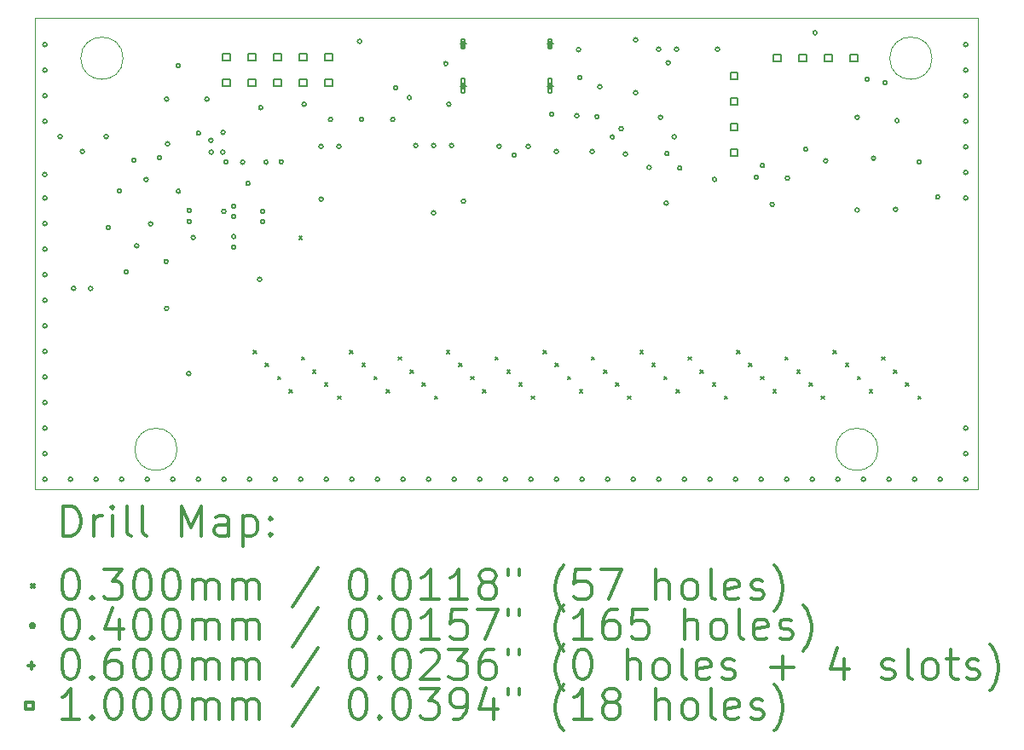
<source format=gbr>
%FSLAX45Y45*%
G04 Gerber Fmt 4.5, Leading zero omitted, Abs format (unit mm)*
G04 Created by KiCad (PCBNEW (5.1.12)-1) date 2024-09-15 14:26:26*
%MOMM*%
%LPD*%
G01*
G04 APERTURE LIST*
%TA.AperFunction,Profile*%
%ADD10C,0.050000*%
%TD*%
%ADD11C,0.200000*%
%ADD12C,0.300000*%
G04 APERTURE END LIST*
D10*
X19373500Y-12585600D02*
G75*
G03*
X19373500Y-12585600I-210000J0D01*
G01*
X12413500Y-12585600D02*
G75*
G03*
X12413500Y-12585600I-210000J0D01*
G01*
X11877000Y-8700000D02*
G75*
G03*
X11877000Y-8700000I-210000J0D01*
G01*
X19910000Y-8700000D02*
G75*
G03*
X19910000Y-8700000I-210000J0D01*
G01*
X20367000Y-12979400D02*
X20367000Y-8300000D01*
X11000000Y-8300000D02*
X20367000Y-8300000D01*
X11000000Y-12979400D02*
X11000000Y-8300000D01*
X20367000Y-12979400D02*
X11000000Y-12979400D01*
D11*
X13170000Y-11602000D02*
X13200000Y-11632000D01*
X13200000Y-11602000D02*
X13170000Y-11632000D01*
X13291000Y-11732000D02*
X13321000Y-11762000D01*
X13321000Y-11732000D02*
X13291000Y-11762000D01*
X13412000Y-11862000D02*
X13442000Y-11892000D01*
X13442000Y-11862000D02*
X13412000Y-11892000D01*
X13525000Y-11992000D02*
X13555000Y-12022000D01*
X13555000Y-11992000D02*
X13525000Y-12022000D01*
X13625000Y-10467000D02*
X13655000Y-10497000D01*
X13655000Y-10467000D02*
X13625000Y-10497000D01*
X13648000Y-11667000D02*
X13678000Y-11697000D01*
X13678000Y-11667000D02*
X13648000Y-11697000D01*
X13759000Y-11797000D02*
X13789000Y-11827000D01*
X13789000Y-11797000D02*
X13759000Y-11827000D01*
X13880000Y-11927000D02*
X13910000Y-11957000D01*
X13910000Y-11927000D02*
X13880000Y-11957000D01*
X14010000Y-12057000D02*
X14040000Y-12087000D01*
X14040000Y-12057000D02*
X14010000Y-12087000D01*
X14130000Y-11602000D02*
X14160000Y-11632000D01*
X14160000Y-11602000D02*
X14130000Y-11632000D01*
X14250000Y-11732000D02*
X14280000Y-11762000D01*
X14280000Y-11732000D02*
X14250000Y-11762000D01*
X14370000Y-11862000D02*
X14400000Y-11892000D01*
X14400000Y-11862000D02*
X14370000Y-11892000D01*
X14490000Y-11992000D02*
X14520000Y-12022000D01*
X14520000Y-11992000D02*
X14490000Y-12022000D01*
X14610000Y-11667000D02*
X14640000Y-11697000D01*
X14640000Y-11667000D02*
X14610000Y-11697000D01*
X14730000Y-11797000D02*
X14760000Y-11827000D01*
X14760000Y-11797000D02*
X14730000Y-11827000D01*
X14850000Y-11927000D02*
X14880000Y-11957000D01*
X14880000Y-11927000D02*
X14850000Y-11957000D01*
X14970000Y-12057000D02*
X15000000Y-12087000D01*
X15000000Y-12057000D02*
X14970000Y-12087000D01*
X15090000Y-11602000D02*
X15120000Y-11632000D01*
X15120000Y-11602000D02*
X15090000Y-11632000D01*
X15210000Y-11732000D02*
X15240000Y-11762000D01*
X15240000Y-11732000D02*
X15210000Y-11762000D01*
X15330000Y-11862000D02*
X15360000Y-11892000D01*
X15360000Y-11862000D02*
X15330000Y-11892000D01*
X15450000Y-11992000D02*
X15480000Y-12022000D01*
X15480000Y-11992000D02*
X15450000Y-12022000D01*
X15570000Y-11667000D02*
X15600000Y-11697000D01*
X15600000Y-11667000D02*
X15570000Y-11697000D01*
X15690000Y-11797000D02*
X15720000Y-11827000D01*
X15720000Y-11797000D02*
X15690000Y-11827000D01*
X15810000Y-11927000D02*
X15840000Y-11957000D01*
X15840000Y-11927000D02*
X15810000Y-11957000D01*
X15930000Y-12057000D02*
X15960000Y-12087000D01*
X15960000Y-12057000D02*
X15930000Y-12087000D01*
X16050000Y-11602000D02*
X16080000Y-11632000D01*
X16080000Y-11602000D02*
X16050000Y-11632000D01*
X16170000Y-11732000D02*
X16200000Y-11762000D01*
X16200000Y-11732000D02*
X16170000Y-11762000D01*
X16290000Y-11862000D02*
X16320000Y-11892000D01*
X16320000Y-11862000D02*
X16290000Y-11892000D01*
X16410000Y-11992000D02*
X16440000Y-12022000D01*
X16440000Y-11992000D02*
X16410000Y-12022000D01*
X16530000Y-11667000D02*
X16560000Y-11697000D01*
X16560000Y-11667000D02*
X16530000Y-11697000D01*
X16650000Y-11797000D02*
X16680000Y-11827000D01*
X16680000Y-11797000D02*
X16650000Y-11827000D01*
X16770000Y-11927000D02*
X16800000Y-11957000D01*
X16800000Y-11927000D02*
X16770000Y-11957000D01*
X16890000Y-12057000D02*
X16920000Y-12087000D01*
X16920000Y-12057000D02*
X16890000Y-12087000D01*
X17010000Y-11602000D02*
X17040000Y-11632000D01*
X17040000Y-11602000D02*
X17010000Y-11632000D01*
X17130000Y-11732000D02*
X17160000Y-11762000D01*
X17160000Y-11732000D02*
X17130000Y-11762000D01*
X17250000Y-11862000D02*
X17280000Y-11892000D01*
X17280000Y-11862000D02*
X17250000Y-11892000D01*
X17370000Y-11992000D02*
X17400000Y-12022000D01*
X17400000Y-11992000D02*
X17370000Y-12022000D01*
X17490000Y-11667000D02*
X17520000Y-11697000D01*
X17520000Y-11667000D02*
X17490000Y-11697000D01*
X17610000Y-11797000D02*
X17640000Y-11827000D01*
X17640000Y-11797000D02*
X17610000Y-11827000D01*
X17730000Y-11927000D02*
X17760000Y-11957000D01*
X17760000Y-11927000D02*
X17730000Y-11957000D01*
X17850000Y-12057000D02*
X17880000Y-12087000D01*
X17880000Y-12057000D02*
X17850000Y-12087000D01*
X17970000Y-11602000D02*
X18000000Y-11632000D01*
X18000000Y-11602000D02*
X17970000Y-11632000D01*
X18090000Y-11732000D02*
X18120000Y-11762000D01*
X18120000Y-11732000D02*
X18090000Y-11762000D01*
X18210000Y-11862000D02*
X18240000Y-11892000D01*
X18240000Y-11862000D02*
X18210000Y-11892000D01*
X18330000Y-11992000D02*
X18360000Y-12022000D01*
X18360000Y-11992000D02*
X18330000Y-12022000D01*
X18450000Y-11667000D02*
X18480000Y-11697000D01*
X18480000Y-11667000D02*
X18450000Y-11697000D01*
X18570000Y-11797000D02*
X18600000Y-11827000D01*
X18600000Y-11797000D02*
X18570000Y-11827000D01*
X18690000Y-11927000D02*
X18720000Y-11957000D01*
X18720000Y-11927000D02*
X18690000Y-11957000D01*
X18810000Y-12057000D02*
X18840000Y-12087000D01*
X18840000Y-12057000D02*
X18810000Y-12087000D01*
X18930000Y-11602000D02*
X18960000Y-11632000D01*
X18960000Y-11602000D02*
X18930000Y-11632000D01*
X19050000Y-11732000D02*
X19080000Y-11762000D01*
X19080000Y-11732000D02*
X19050000Y-11762000D01*
X19170000Y-11862000D02*
X19200000Y-11892000D01*
X19200000Y-11862000D02*
X19170000Y-11892000D01*
X19290000Y-11992000D02*
X19320000Y-12022000D01*
X19320000Y-11992000D02*
X19290000Y-12022000D01*
X19410000Y-11667000D02*
X19440000Y-11697000D01*
X19440000Y-11667000D02*
X19410000Y-11697000D01*
X19530000Y-11797000D02*
X19560000Y-11827000D01*
X19560000Y-11797000D02*
X19530000Y-11827000D01*
X19650000Y-11927000D02*
X19680000Y-11957000D01*
X19680000Y-11927000D02*
X19650000Y-11957000D01*
X19770000Y-12057000D02*
X19800000Y-12087000D01*
X19800000Y-12057000D02*
X19770000Y-12087000D01*
X11119800Y-9855200D02*
G75*
G03*
X11119800Y-9855200I-20000J0D01*
G01*
X11121000Y-8565000D02*
G75*
G03*
X11121000Y-8565000I-20000J0D01*
G01*
X11121000Y-8819000D02*
G75*
G03*
X11121000Y-8819000I-20000J0D01*
G01*
X11121000Y-9073000D02*
G75*
G03*
X11121000Y-9073000I-20000J0D01*
G01*
X11121000Y-9327000D02*
G75*
G03*
X11121000Y-9327000I-20000J0D01*
G01*
X11121000Y-10089000D02*
G75*
G03*
X11121000Y-10089000I-20000J0D01*
G01*
X11121000Y-10343000D02*
G75*
G03*
X11121000Y-10343000I-20000J0D01*
G01*
X11121000Y-10597000D02*
G75*
G03*
X11121000Y-10597000I-20000J0D01*
G01*
X11121000Y-10851000D02*
G75*
G03*
X11121000Y-10851000I-20000J0D01*
G01*
X11121000Y-11105000D02*
G75*
G03*
X11121000Y-11105000I-20000J0D01*
G01*
X11121000Y-11359000D02*
G75*
G03*
X11121000Y-11359000I-20000J0D01*
G01*
X11121000Y-11613000D02*
G75*
G03*
X11121000Y-11613000I-20000J0D01*
G01*
X11121000Y-11867000D02*
G75*
G03*
X11121000Y-11867000I-20000J0D01*
G01*
X11121000Y-12121000D02*
G75*
G03*
X11121000Y-12121000I-20000J0D01*
G01*
X11121000Y-12375000D02*
G75*
G03*
X11121000Y-12375000I-20000J0D01*
G01*
X11121000Y-12629000D02*
G75*
G03*
X11121000Y-12629000I-20000J0D01*
G01*
X11121000Y-12883000D02*
G75*
G03*
X11121000Y-12883000I-20000J0D01*
G01*
X11272200Y-9478500D02*
G75*
G03*
X11272200Y-9478500I-20000J0D01*
G01*
X11375000Y-12883000D02*
G75*
G03*
X11375000Y-12883000I-20000J0D01*
G01*
X11405600Y-10986000D02*
G75*
G03*
X11405600Y-10986000I-20000J0D01*
G01*
X11493000Y-9627000D02*
G75*
G03*
X11493000Y-9627000I-20000J0D01*
G01*
X11575600Y-10988000D02*
G75*
G03*
X11575600Y-10988000I-20000J0D01*
G01*
X11629000Y-12883000D02*
G75*
G03*
X11629000Y-12883000I-20000J0D01*
G01*
X11729400Y-9478500D02*
G75*
G03*
X11729400Y-9478500I-20000J0D01*
G01*
X11751000Y-10381000D02*
G75*
G03*
X11751000Y-10381000I-20000J0D01*
G01*
X11862000Y-10018000D02*
G75*
G03*
X11862000Y-10018000I-20000J0D01*
G01*
X11883000Y-12883000D02*
G75*
G03*
X11883000Y-12883000I-20000J0D01*
G01*
X11927000Y-10824000D02*
G75*
G03*
X11927000Y-10824000I-20000J0D01*
G01*
X12004000Y-9715000D02*
G75*
G03*
X12004000Y-9715000I-20000J0D01*
G01*
X12033000Y-10564000D02*
G75*
G03*
X12033000Y-10564000I-20000J0D01*
G01*
X12125100Y-9905900D02*
G75*
G03*
X12125100Y-9905900I-20000J0D01*
G01*
X12137000Y-12883000D02*
G75*
G03*
X12137000Y-12883000I-20000J0D01*
G01*
X12171000Y-10346000D02*
G75*
G03*
X12171000Y-10346000I-20000J0D01*
G01*
X12259000Y-9690000D02*
G75*
G03*
X12259000Y-9690000I-20000J0D01*
G01*
X12324000Y-10720000D02*
G75*
G03*
X12324000Y-10720000I-20000J0D01*
G01*
X12329000Y-11186000D02*
G75*
G03*
X12329000Y-11186000I-20000J0D01*
G01*
X12330000Y-9107000D02*
G75*
G03*
X12330000Y-9107000I-20000J0D01*
G01*
X12339000Y-9550400D02*
G75*
G03*
X12339000Y-9550400I-20000J0D01*
G01*
X12391000Y-12883000D02*
G75*
G03*
X12391000Y-12883000I-20000J0D01*
G01*
X12443000Y-8774000D02*
G75*
G03*
X12443000Y-8774000I-20000J0D01*
G01*
X12445600Y-10021000D02*
G75*
G03*
X12445600Y-10021000I-20000J0D01*
G01*
X12549000Y-11833000D02*
G75*
G03*
X12549000Y-11833000I-20000J0D01*
G01*
X12553600Y-10210800D02*
G75*
G03*
X12553600Y-10210800I-20000J0D01*
G01*
X12553600Y-10321000D02*
G75*
G03*
X12553600Y-10321000I-20000J0D01*
G01*
X12593000Y-10480000D02*
G75*
G03*
X12593000Y-10480000I-20000J0D01*
G01*
X12645000Y-12883000D02*
G75*
G03*
X12645000Y-12883000I-20000J0D01*
G01*
X12645600Y-9444400D02*
G75*
G03*
X12645600Y-9444400I-20000J0D01*
G01*
X12730000Y-9107000D02*
G75*
G03*
X12730000Y-9107000I-20000J0D01*
G01*
X12769000Y-9516000D02*
G75*
G03*
X12769000Y-9516000I-20000J0D01*
G01*
X12771000Y-9633000D02*
G75*
G03*
X12771000Y-9633000I-20000J0D01*
G01*
X12888000Y-9633000D02*
G75*
G03*
X12888000Y-9633000I-20000J0D01*
G01*
X12890000Y-9436000D02*
G75*
G03*
X12890000Y-9436000I-20000J0D01*
G01*
X12897800Y-10221000D02*
G75*
G03*
X12897800Y-10221000I-20000J0D01*
G01*
X12899000Y-12883000D02*
G75*
G03*
X12899000Y-12883000I-20000J0D01*
G01*
X12920000Y-9729000D02*
G75*
G03*
X12920000Y-9729000I-20000J0D01*
G01*
X12995600Y-10171000D02*
G75*
G03*
X12995600Y-10171000I-20000J0D01*
G01*
X12995600Y-10271000D02*
G75*
G03*
X12995600Y-10271000I-20000J0D01*
G01*
X12995600Y-10471000D02*
G75*
G03*
X12995600Y-10471000I-20000J0D01*
G01*
X12995600Y-10577400D02*
G75*
G03*
X12995600Y-10577400I-20000J0D01*
G01*
X13084000Y-9734000D02*
G75*
G03*
X13084000Y-9734000I-20000J0D01*
G01*
X13136850Y-9943000D02*
G75*
G03*
X13136850Y-9943000I-20000J0D01*
G01*
X13153000Y-12883000D02*
G75*
G03*
X13153000Y-12883000I-20000J0D01*
G01*
X13253400Y-10896600D02*
G75*
G03*
X13253400Y-10896600I-20000J0D01*
G01*
X13264000Y-9191000D02*
G75*
G03*
X13264000Y-9191000I-20000J0D01*
G01*
X13282000Y-10221000D02*
G75*
G03*
X13282000Y-10221000I-20000J0D01*
G01*
X13282000Y-10321000D02*
G75*
G03*
X13282000Y-10321000I-20000J0D01*
G01*
X13317000Y-9733000D02*
G75*
G03*
X13317000Y-9733000I-20000J0D01*
G01*
X13407000Y-12883000D02*
G75*
G03*
X13407000Y-12883000I-20000J0D01*
G01*
X13467000Y-9729000D02*
G75*
G03*
X13467000Y-9729000I-20000J0D01*
G01*
X13661000Y-12883000D02*
G75*
G03*
X13661000Y-12883000I-20000J0D01*
G01*
X13695000Y-9158000D02*
G75*
G03*
X13695000Y-9158000I-20000J0D01*
G01*
X13863000Y-9575800D02*
G75*
G03*
X13863000Y-9575800I-20000J0D01*
G01*
X13865000Y-10100000D02*
G75*
G03*
X13865000Y-10100000I-20000J0D01*
G01*
X13915000Y-12883000D02*
G75*
G03*
X13915000Y-12883000I-20000J0D01*
G01*
X13957000Y-9308000D02*
G75*
G03*
X13957000Y-9308000I-20000J0D01*
G01*
X14040800Y-9575800D02*
G75*
G03*
X14040800Y-9575800I-20000J0D01*
G01*
X14169000Y-12883000D02*
G75*
G03*
X14169000Y-12883000I-20000J0D01*
G01*
X14246000Y-8533000D02*
G75*
G03*
X14246000Y-8533000I-20000J0D01*
G01*
X14266000Y-9308000D02*
G75*
G03*
X14266000Y-9308000I-20000J0D01*
G01*
X14423000Y-12883000D02*
G75*
G03*
X14423000Y-12883000I-20000J0D01*
G01*
X14575000Y-9308000D02*
G75*
G03*
X14575000Y-9308000I-20000J0D01*
G01*
X14603000Y-8995000D02*
G75*
G03*
X14603000Y-8995000I-20000J0D01*
G01*
X14677000Y-12883000D02*
G75*
G03*
X14677000Y-12883000I-20000J0D01*
G01*
X14739000Y-9092000D02*
G75*
G03*
X14739000Y-9092000I-20000J0D01*
G01*
X14802800Y-9567000D02*
G75*
G03*
X14802800Y-9567000I-20000J0D01*
G01*
X14931000Y-12883000D02*
G75*
G03*
X14931000Y-12883000I-20000J0D01*
G01*
X14980600Y-9567000D02*
G75*
G03*
X14980600Y-9567000I-20000J0D01*
G01*
X14980600Y-10236200D02*
G75*
G03*
X14980600Y-10236200I-20000J0D01*
G01*
X15102000Y-8754000D02*
G75*
G03*
X15102000Y-8754000I-20000J0D01*
G01*
X15132000Y-9158000D02*
G75*
G03*
X15132000Y-9158000I-20000J0D01*
G01*
X15158400Y-9567000D02*
G75*
G03*
X15158400Y-9567000I-20000J0D01*
G01*
X15185000Y-12883000D02*
G75*
G03*
X15185000Y-12883000I-20000J0D01*
G01*
X15277000Y-10121000D02*
G75*
G03*
X15277000Y-10121000I-20000J0D01*
G01*
X15439000Y-12883000D02*
G75*
G03*
X15439000Y-12883000I-20000J0D01*
G01*
X15629800Y-9575000D02*
G75*
G03*
X15629800Y-9575000I-20000J0D01*
G01*
X15693000Y-12883000D02*
G75*
G03*
X15693000Y-12883000I-20000J0D01*
G01*
X15779800Y-9661000D02*
G75*
G03*
X15779800Y-9661000I-20000J0D01*
G01*
X15920400Y-9575800D02*
G75*
G03*
X15920400Y-9575800I-20000J0D01*
G01*
X15947000Y-12883000D02*
G75*
G03*
X15947000Y-12883000I-20000J0D01*
G01*
X16152000Y-9257000D02*
G75*
G03*
X16152000Y-9257000I-20000J0D01*
G01*
X16199800Y-9626600D02*
G75*
G03*
X16199800Y-9626600I-20000J0D01*
G01*
X16201000Y-12883000D02*
G75*
G03*
X16201000Y-12883000I-20000J0D01*
G01*
X16403000Y-9271000D02*
G75*
G03*
X16403000Y-9271000I-20000J0D01*
G01*
X16420000Y-8615000D02*
G75*
G03*
X16420000Y-8615000I-20000J0D01*
G01*
X16431000Y-8893000D02*
G75*
G03*
X16431000Y-8893000I-20000J0D01*
G01*
X16455000Y-12883000D02*
G75*
G03*
X16455000Y-12883000I-20000J0D01*
G01*
X16555400Y-9626600D02*
G75*
G03*
X16555400Y-9626600I-20000J0D01*
G01*
X16603000Y-9280000D02*
G75*
G03*
X16603000Y-9280000I-20000J0D01*
G01*
X16631000Y-8983000D02*
G75*
G03*
X16631000Y-8983000I-20000J0D01*
G01*
X16709000Y-12883000D02*
G75*
G03*
X16709000Y-12883000I-20000J0D01*
G01*
X16755000Y-9482000D02*
G75*
G03*
X16755000Y-9482000I-20000J0D01*
G01*
X16843000Y-9401000D02*
G75*
G03*
X16843000Y-9401000I-20000J0D01*
G01*
X16885600Y-9652000D02*
G75*
G03*
X16885600Y-9652000I-20000J0D01*
G01*
X16963000Y-12883000D02*
G75*
G03*
X16963000Y-12883000I-20000J0D01*
G01*
X16987000Y-8517000D02*
G75*
G03*
X16987000Y-8517000I-20000J0D01*
G01*
X16987200Y-9042400D02*
G75*
G03*
X16987200Y-9042400I-20000J0D01*
G01*
X17121000Y-9785000D02*
G75*
G03*
X17121000Y-9785000I-20000J0D01*
G01*
X17215800Y-8610600D02*
G75*
G03*
X17215800Y-8610600I-20000J0D01*
G01*
X17217000Y-12883000D02*
G75*
G03*
X17217000Y-12883000I-20000J0D01*
G01*
X17234000Y-9288000D02*
G75*
G03*
X17234000Y-9288000I-20000J0D01*
G01*
X17290000Y-10140000D02*
G75*
G03*
X17290000Y-10140000I-20000J0D01*
G01*
X17298000Y-9646000D02*
G75*
G03*
X17298000Y-9646000I-20000J0D01*
G01*
X17310000Y-8746000D02*
G75*
G03*
X17310000Y-8746000I-20000J0D01*
G01*
X17370000Y-9481000D02*
G75*
G03*
X17370000Y-9481000I-20000J0D01*
G01*
X17393600Y-8610600D02*
G75*
G03*
X17393600Y-8610600I-20000J0D01*
G01*
X17425000Y-9791000D02*
G75*
G03*
X17425000Y-9791000I-20000J0D01*
G01*
X17471000Y-12883000D02*
G75*
G03*
X17471000Y-12883000I-20000J0D01*
G01*
X17725000Y-12883000D02*
G75*
G03*
X17725000Y-12883000I-20000J0D01*
G01*
X17770000Y-9904000D02*
G75*
G03*
X17770000Y-9904000I-20000J0D01*
G01*
X17800000Y-8610600D02*
G75*
G03*
X17800000Y-8610600I-20000J0D01*
G01*
X17979000Y-12883000D02*
G75*
G03*
X17979000Y-12883000I-20000J0D01*
G01*
X18185000Y-9883000D02*
G75*
G03*
X18185000Y-9883000I-20000J0D01*
G01*
X18233000Y-12883000D02*
G75*
G03*
X18233000Y-12883000I-20000J0D01*
G01*
X18246000Y-9765250D02*
G75*
G03*
X18246000Y-9765250I-20000J0D01*
G01*
X18343000Y-10153000D02*
G75*
G03*
X18343000Y-10153000I-20000J0D01*
G01*
X18487000Y-12883000D02*
G75*
G03*
X18487000Y-12883000I-20000J0D01*
G01*
X18494000Y-9891000D02*
G75*
G03*
X18494000Y-9891000I-20000J0D01*
G01*
X18676000Y-9606000D02*
G75*
G03*
X18676000Y-9606000I-20000J0D01*
G01*
X18741000Y-12883000D02*
G75*
G03*
X18741000Y-12883000I-20000J0D01*
G01*
X18768000Y-8447000D02*
G75*
G03*
X18768000Y-8447000I-20000J0D01*
G01*
X18874000Y-9720000D02*
G75*
G03*
X18874000Y-9720000I-20000J0D01*
G01*
X18995000Y-12883000D02*
G75*
G03*
X18995000Y-12883000I-20000J0D01*
G01*
X19186000Y-9287000D02*
G75*
G03*
X19186000Y-9287000I-20000J0D01*
G01*
X19186000Y-10208000D02*
G75*
G03*
X19186000Y-10208000I-20000J0D01*
G01*
X19249000Y-12883000D02*
G75*
G03*
X19249000Y-12883000I-20000J0D01*
G01*
X19286000Y-8907000D02*
G75*
G03*
X19286000Y-8907000I-20000J0D01*
G01*
X19349000Y-9693000D02*
G75*
G03*
X19349000Y-9693000I-20000J0D01*
G01*
X19462000Y-8943000D02*
G75*
G03*
X19462000Y-8943000I-20000J0D01*
G01*
X19503000Y-12883000D02*
G75*
G03*
X19503000Y-12883000I-20000J0D01*
G01*
X19567000Y-10202000D02*
G75*
G03*
X19567000Y-10202000I-20000J0D01*
G01*
X19582000Y-9321000D02*
G75*
G03*
X19582000Y-9321000I-20000J0D01*
G01*
X19757000Y-12883000D02*
G75*
G03*
X19757000Y-12883000I-20000J0D01*
G01*
X19801833Y-9729167D02*
G75*
G03*
X19801833Y-9729167I-20000J0D01*
G01*
X19986000Y-10078000D02*
G75*
G03*
X19986000Y-10078000I-20000J0D01*
G01*
X20011000Y-12883000D02*
G75*
G03*
X20011000Y-12883000I-20000J0D01*
G01*
X20265000Y-8565000D02*
G75*
G03*
X20265000Y-8565000I-20000J0D01*
G01*
X20265000Y-8819000D02*
G75*
G03*
X20265000Y-8819000I-20000J0D01*
G01*
X20265000Y-9073000D02*
G75*
G03*
X20265000Y-9073000I-20000J0D01*
G01*
X20265000Y-9327000D02*
G75*
G03*
X20265000Y-9327000I-20000J0D01*
G01*
X20265000Y-9581000D02*
G75*
G03*
X20265000Y-9581000I-20000J0D01*
G01*
X20265000Y-9835000D02*
G75*
G03*
X20265000Y-9835000I-20000J0D01*
G01*
X20265000Y-10089000D02*
G75*
G03*
X20265000Y-10089000I-20000J0D01*
G01*
X20265000Y-12375000D02*
G75*
G03*
X20265000Y-12375000I-20000J0D01*
G01*
X20265000Y-12629000D02*
G75*
G03*
X20265000Y-12629000I-20000J0D01*
G01*
X20265000Y-12883000D02*
G75*
G03*
X20265000Y-12883000I-20000J0D01*
G01*
X15252800Y-8526400D02*
X15252800Y-8586400D01*
X15222800Y-8556400D02*
X15282800Y-8556400D01*
X15272800Y-8586400D02*
X15272800Y-8526400D01*
X15232800Y-8586400D02*
X15232800Y-8526400D01*
X15272800Y-8526400D02*
G75*
G03*
X15232800Y-8526400I-20000J0D01*
G01*
X15232800Y-8586400D02*
G75*
G03*
X15272800Y-8586400I20000J0D01*
G01*
X15252800Y-8944400D02*
X15252800Y-9004400D01*
X15222800Y-8974400D02*
X15282800Y-8974400D01*
X15272800Y-9029400D02*
X15272800Y-8919400D01*
X15232800Y-9029400D02*
X15232800Y-8919400D01*
X15272800Y-8919400D02*
G75*
G03*
X15232800Y-8919400I-20000J0D01*
G01*
X15232800Y-9029400D02*
G75*
G03*
X15272800Y-9029400I20000J0D01*
G01*
X16116800Y-8526400D02*
X16116800Y-8586400D01*
X16086800Y-8556400D02*
X16146800Y-8556400D01*
X16136800Y-8586400D02*
X16136800Y-8526400D01*
X16096800Y-8586400D02*
X16096800Y-8526400D01*
X16136800Y-8526400D02*
G75*
G03*
X16096800Y-8526400I-20000J0D01*
G01*
X16096800Y-8586400D02*
G75*
G03*
X16136800Y-8586400I20000J0D01*
G01*
X16116800Y-8944400D02*
X16116800Y-9004400D01*
X16086800Y-8974400D02*
X16146800Y-8974400D01*
X16136800Y-9029400D02*
X16136800Y-8919400D01*
X16096800Y-9029400D02*
X16096800Y-8919400D01*
X16136800Y-8919400D02*
G75*
G03*
X16096800Y-8919400I-20000J0D01*
G01*
X16096800Y-9029400D02*
G75*
G03*
X16136800Y-9029400I20000J0D01*
G01*
X12938556Y-8722156D02*
X12938556Y-8651444D01*
X12867844Y-8651444D01*
X12867844Y-8722156D01*
X12938556Y-8722156D01*
X12938556Y-8976156D02*
X12938556Y-8905444D01*
X12867844Y-8905444D01*
X12867844Y-8976156D01*
X12938556Y-8976156D01*
X13192556Y-8722156D02*
X13192556Y-8651444D01*
X13121844Y-8651444D01*
X13121844Y-8722156D01*
X13192556Y-8722156D01*
X13192556Y-8976156D02*
X13192556Y-8905444D01*
X13121844Y-8905444D01*
X13121844Y-8976156D01*
X13192556Y-8976156D01*
X13446556Y-8722156D02*
X13446556Y-8651444D01*
X13375844Y-8651444D01*
X13375844Y-8722156D01*
X13446556Y-8722156D01*
X13446556Y-8976156D02*
X13446556Y-8905444D01*
X13375844Y-8905444D01*
X13375844Y-8976156D01*
X13446556Y-8976156D01*
X13700556Y-8722156D02*
X13700556Y-8651444D01*
X13629844Y-8651444D01*
X13629844Y-8722156D01*
X13700556Y-8722156D01*
X13700556Y-8976156D02*
X13700556Y-8905444D01*
X13629844Y-8905444D01*
X13629844Y-8976156D01*
X13700556Y-8976156D01*
X13954556Y-8722156D02*
X13954556Y-8651444D01*
X13883844Y-8651444D01*
X13883844Y-8722156D01*
X13954556Y-8722156D01*
X13954556Y-8976156D02*
X13954556Y-8905444D01*
X13883844Y-8905444D01*
X13883844Y-8976156D01*
X13954556Y-8976156D01*
X17981356Y-8910356D02*
X17981356Y-8839644D01*
X17910644Y-8839644D01*
X17910644Y-8910356D01*
X17981356Y-8910356D01*
X17981356Y-9164356D02*
X17981356Y-9093644D01*
X17910644Y-9093644D01*
X17910644Y-9164356D01*
X17981356Y-9164356D01*
X17981356Y-9418356D02*
X17981356Y-9347644D01*
X17910644Y-9347644D01*
X17910644Y-9418356D01*
X17981356Y-9418356D01*
X17981356Y-9672356D02*
X17981356Y-9601644D01*
X17910644Y-9601644D01*
X17910644Y-9672356D01*
X17981356Y-9672356D01*
X18407356Y-8730356D02*
X18407356Y-8659644D01*
X18336644Y-8659644D01*
X18336644Y-8730356D01*
X18407356Y-8730356D01*
X18661356Y-8730356D02*
X18661356Y-8659644D01*
X18590644Y-8659644D01*
X18590644Y-8730356D01*
X18661356Y-8730356D01*
X18915356Y-8730356D02*
X18915356Y-8659644D01*
X18844644Y-8659644D01*
X18844644Y-8730356D01*
X18915356Y-8730356D01*
X19169356Y-8730356D02*
X19169356Y-8659644D01*
X19098644Y-8659644D01*
X19098644Y-8730356D01*
X19169356Y-8730356D01*
D12*
X11283928Y-13447614D02*
X11283928Y-13147614D01*
X11355357Y-13147614D01*
X11398214Y-13161900D01*
X11426786Y-13190471D01*
X11441071Y-13219043D01*
X11455357Y-13276186D01*
X11455357Y-13319043D01*
X11441071Y-13376186D01*
X11426786Y-13404757D01*
X11398214Y-13433329D01*
X11355357Y-13447614D01*
X11283928Y-13447614D01*
X11583928Y-13447614D02*
X11583928Y-13247614D01*
X11583928Y-13304757D02*
X11598214Y-13276186D01*
X11612500Y-13261900D01*
X11641071Y-13247614D01*
X11669643Y-13247614D01*
X11769643Y-13447614D02*
X11769643Y-13247614D01*
X11769643Y-13147614D02*
X11755357Y-13161900D01*
X11769643Y-13176186D01*
X11783928Y-13161900D01*
X11769643Y-13147614D01*
X11769643Y-13176186D01*
X11955357Y-13447614D02*
X11926786Y-13433329D01*
X11912500Y-13404757D01*
X11912500Y-13147614D01*
X12112500Y-13447614D02*
X12083928Y-13433329D01*
X12069643Y-13404757D01*
X12069643Y-13147614D01*
X12455357Y-13447614D02*
X12455357Y-13147614D01*
X12555357Y-13361900D01*
X12655357Y-13147614D01*
X12655357Y-13447614D01*
X12926786Y-13447614D02*
X12926786Y-13290471D01*
X12912500Y-13261900D01*
X12883928Y-13247614D01*
X12826786Y-13247614D01*
X12798214Y-13261900D01*
X12926786Y-13433329D02*
X12898214Y-13447614D01*
X12826786Y-13447614D01*
X12798214Y-13433329D01*
X12783928Y-13404757D01*
X12783928Y-13376186D01*
X12798214Y-13347614D01*
X12826786Y-13333329D01*
X12898214Y-13333329D01*
X12926786Y-13319043D01*
X13069643Y-13247614D02*
X13069643Y-13547614D01*
X13069643Y-13261900D02*
X13098214Y-13247614D01*
X13155357Y-13247614D01*
X13183928Y-13261900D01*
X13198214Y-13276186D01*
X13212500Y-13304757D01*
X13212500Y-13390471D01*
X13198214Y-13419043D01*
X13183928Y-13433329D01*
X13155357Y-13447614D01*
X13098214Y-13447614D01*
X13069643Y-13433329D01*
X13341071Y-13419043D02*
X13355357Y-13433329D01*
X13341071Y-13447614D01*
X13326786Y-13433329D01*
X13341071Y-13419043D01*
X13341071Y-13447614D01*
X13341071Y-13261900D02*
X13355357Y-13276186D01*
X13341071Y-13290471D01*
X13326786Y-13276186D01*
X13341071Y-13261900D01*
X13341071Y-13290471D01*
X10967500Y-13926900D02*
X10997500Y-13956900D01*
X10997500Y-13926900D02*
X10967500Y-13956900D01*
X11341071Y-13777614D02*
X11369643Y-13777614D01*
X11398214Y-13791900D01*
X11412500Y-13806186D01*
X11426786Y-13834757D01*
X11441071Y-13891900D01*
X11441071Y-13963329D01*
X11426786Y-14020471D01*
X11412500Y-14049043D01*
X11398214Y-14063329D01*
X11369643Y-14077614D01*
X11341071Y-14077614D01*
X11312500Y-14063329D01*
X11298214Y-14049043D01*
X11283928Y-14020471D01*
X11269643Y-13963329D01*
X11269643Y-13891900D01*
X11283928Y-13834757D01*
X11298214Y-13806186D01*
X11312500Y-13791900D01*
X11341071Y-13777614D01*
X11569643Y-14049043D02*
X11583928Y-14063329D01*
X11569643Y-14077614D01*
X11555357Y-14063329D01*
X11569643Y-14049043D01*
X11569643Y-14077614D01*
X11683928Y-13777614D02*
X11869643Y-13777614D01*
X11769643Y-13891900D01*
X11812500Y-13891900D01*
X11841071Y-13906186D01*
X11855357Y-13920471D01*
X11869643Y-13949043D01*
X11869643Y-14020471D01*
X11855357Y-14049043D01*
X11841071Y-14063329D01*
X11812500Y-14077614D01*
X11726786Y-14077614D01*
X11698214Y-14063329D01*
X11683928Y-14049043D01*
X12055357Y-13777614D02*
X12083928Y-13777614D01*
X12112500Y-13791900D01*
X12126786Y-13806186D01*
X12141071Y-13834757D01*
X12155357Y-13891900D01*
X12155357Y-13963329D01*
X12141071Y-14020471D01*
X12126786Y-14049043D01*
X12112500Y-14063329D01*
X12083928Y-14077614D01*
X12055357Y-14077614D01*
X12026786Y-14063329D01*
X12012500Y-14049043D01*
X11998214Y-14020471D01*
X11983928Y-13963329D01*
X11983928Y-13891900D01*
X11998214Y-13834757D01*
X12012500Y-13806186D01*
X12026786Y-13791900D01*
X12055357Y-13777614D01*
X12341071Y-13777614D02*
X12369643Y-13777614D01*
X12398214Y-13791900D01*
X12412500Y-13806186D01*
X12426786Y-13834757D01*
X12441071Y-13891900D01*
X12441071Y-13963329D01*
X12426786Y-14020471D01*
X12412500Y-14049043D01*
X12398214Y-14063329D01*
X12369643Y-14077614D01*
X12341071Y-14077614D01*
X12312500Y-14063329D01*
X12298214Y-14049043D01*
X12283928Y-14020471D01*
X12269643Y-13963329D01*
X12269643Y-13891900D01*
X12283928Y-13834757D01*
X12298214Y-13806186D01*
X12312500Y-13791900D01*
X12341071Y-13777614D01*
X12569643Y-14077614D02*
X12569643Y-13877614D01*
X12569643Y-13906186D02*
X12583928Y-13891900D01*
X12612500Y-13877614D01*
X12655357Y-13877614D01*
X12683928Y-13891900D01*
X12698214Y-13920471D01*
X12698214Y-14077614D01*
X12698214Y-13920471D02*
X12712500Y-13891900D01*
X12741071Y-13877614D01*
X12783928Y-13877614D01*
X12812500Y-13891900D01*
X12826786Y-13920471D01*
X12826786Y-14077614D01*
X12969643Y-14077614D02*
X12969643Y-13877614D01*
X12969643Y-13906186D02*
X12983928Y-13891900D01*
X13012500Y-13877614D01*
X13055357Y-13877614D01*
X13083928Y-13891900D01*
X13098214Y-13920471D01*
X13098214Y-14077614D01*
X13098214Y-13920471D02*
X13112500Y-13891900D01*
X13141071Y-13877614D01*
X13183928Y-13877614D01*
X13212500Y-13891900D01*
X13226786Y-13920471D01*
X13226786Y-14077614D01*
X13812500Y-13763329D02*
X13555357Y-14149043D01*
X14198214Y-13777614D02*
X14226786Y-13777614D01*
X14255357Y-13791900D01*
X14269643Y-13806186D01*
X14283928Y-13834757D01*
X14298214Y-13891900D01*
X14298214Y-13963329D01*
X14283928Y-14020471D01*
X14269643Y-14049043D01*
X14255357Y-14063329D01*
X14226786Y-14077614D01*
X14198214Y-14077614D01*
X14169643Y-14063329D01*
X14155357Y-14049043D01*
X14141071Y-14020471D01*
X14126786Y-13963329D01*
X14126786Y-13891900D01*
X14141071Y-13834757D01*
X14155357Y-13806186D01*
X14169643Y-13791900D01*
X14198214Y-13777614D01*
X14426786Y-14049043D02*
X14441071Y-14063329D01*
X14426786Y-14077614D01*
X14412500Y-14063329D01*
X14426786Y-14049043D01*
X14426786Y-14077614D01*
X14626786Y-13777614D02*
X14655357Y-13777614D01*
X14683928Y-13791900D01*
X14698214Y-13806186D01*
X14712500Y-13834757D01*
X14726786Y-13891900D01*
X14726786Y-13963329D01*
X14712500Y-14020471D01*
X14698214Y-14049043D01*
X14683928Y-14063329D01*
X14655357Y-14077614D01*
X14626786Y-14077614D01*
X14598214Y-14063329D01*
X14583928Y-14049043D01*
X14569643Y-14020471D01*
X14555357Y-13963329D01*
X14555357Y-13891900D01*
X14569643Y-13834757D01*
X14583928Y-13806186D01*
X14598214Y-13791900D01*
X14626786Y-13777614D01*
X15012500Y-14077614D02*
X14841071Y-14077614D01*
X14926786Y-14077614D02*
X14926786Y-13777614D01*
X14898214Y-13820471D01*
X14869643Y-13849043D01*
X14841071Y-13863329D01*
X15298214Y-14077614D02*
X15126786Y-14077614D01*
X15212500Y-14077614D02*
X15212500Y-13777614D01*
X15183928Y-13820471D01*
X15155357Y-13849043D01*
X15126786Y-13863329D01*
X15469643Y-13906186D02*
X15441071Y-13891900D01*
X15426786Y-13877614D01*
X15412500Y-13849043D01*
X15412500Y-13834757D01*
X15426786Y-13806186D01*
X15441071Y-13791900D01*
X15469643Y-13777614D01*
X15526786Y-13777614D01*
X15555357Y-13791900D01*
X15569643Y-13806186D01*
X15583928Y-13834757D01*
X15583928Y-13849043D01*
X15569643Y-13877614D01*
X15555357Y-13891900D01*
X15526786Y-13906186D01*
X15469643Y-13906186D01*
X15441071Y-13920471D01*
X15426786Y-13934757D01*
X15412500Y-13963329D01*
X15412500Y-14020471D01*
X15426786Y-14049043D01*
X15441071Y-14063329D01*
X15469643Y-14077614D01*
X15526786Y-14077614D01*
X15555357Y-14063329D01*
X15569643Y-14049043D01*
X15583928Y-14020471D01*
X15583928Y-13963329D01*
X15569643Y-13934757D01*
X15555357Y-13920471D01*
X15526786Y-13906186D01*
X15698214Y-13777614D02*
X15698214Y-13834757D01*
X15812500Y-13777614D02*
X15812500Y-13834757D01*
X16255357Y-14191900D02*
X16241071Y-14177614D01*
X16212500Y-14134757D01*
X16198214Y-14106186D01*
X16183928Y-14063329D01*
X16169643Y-13991900D01*
X16169643Y-13934757D01*
X16183928Y-13863329D01*
X16198214Y-13820471D01*
X16212500Y-13791900D01*
X16241071Y-13749043D01*
X16255357Y-13734757D01*
X16512500Y-13777614D02*
X16369643Y-13777614D01*
X16355357Y-13920471D01*
X16369643Y-13906186D01*
X16398214Y-13891900D01*
X16469643Y-13891900D01*
X16498214Y-13906186D01*
X16512500Y-13920471D01*
X16526786Y-13949043D01*
X16526786Y-14020471D01*
X16512500Y-14049043D01*
X16498214Y-14063329D01*
X16469643Y-14077614D01*
X16398214Y-14077614D01*
X16369643Y-14063329D01*
X16355357Y-14049043D01*
X16626786Y-13777614D02*
X16826786Y-13777614D01*
X16698214Y-14077614D01*
X17169643Y-14077614D02*
X17169643Y-13777614D01*
X17298214Y-14077614D02*
X17298214Y-13920471D01*
X17283928Y-13891900D01*
X17255357Y-13877614D01*
X17212500Y-13877614D01*
X17183928Y-13891900D01*
X17169643Y-13906186D01*
X17483928Y-14077614D02*
X17455357Y-14063329D01*
X17441071Y-14049043D01*
X17426786Y-14020471D01*
X17426786Y-13934757D01*
X17441071Y-13906186D01*
X17455357Y-13891900D01*
X17483928Y-13877614D01*
X17526786Y-13877614D01*
X17555357Y-13891900D01*
X17569643Y-13906186D01*
X17583928Y-13934757D01*
X17583928Y-14020471D01*
X17569643Y-14049043D01*
X17555357Y-14063329D01*
X17526786Y-14077614D01*
X17483928Y-14077614D01*
X17755357Y-14077614D02*
X17726786Y-14063329D01*
X17712500Y-14034757D01*
X17712500Y-13777614D01*
X17983928Y-14063329D02*
X17955357Y-14077614D01*
X17898214Y-14077614D01*
X17869643Y-14063329D01*
X17855357Y-14034757D01*
X17855357Y-13920471D01*
X17869643Y-13891900D01*
X17898214Y-13877614D01*
X17955357Y-13877614D01*
X17983928Y-13891900D01*
X17998214Y-13920471D01*
X17998214Y-13949043D01*
X17855357Y-13977614D01*
X18112500Y-14063329D02*
X18141071Y-14077614D01*
X18198214Y-14077614D01*
X18226786Y-14063329D01*
X18241071Y-14034757D01*
X18241071Y-14020471D01*
X18226786Y-13991900D01*
X18198214Y-13977614D01*
X18155357Y-13977614D01*
X18126786Y-13963329D01*
X18112500Y-13934757D01*
X18112500Y-13920471D01*
X18126786Y-13891900D01*
X18155357Y-13877614D01*
X18198214Y-13877614D01*
X18226786Y-13891900D01*
X18341071Y-14191900D02*
X18355357Y-14177614D01*
X18383928Y-14134757D01*
X18398214Y-14106186D01*
X18412500Y-14063329D01*
X18426786Y-13991900D01*
X18426786Y-13934757D01*
X18412500Y-13863329D01*
X18398214Y-13820471D01*
X18383928Y-13791900D01*
X18355357Y-13749043D01*
X18341071Y-13734757D01*
X10997500Y-14337900D02*
G75*
G03*
X10997500Y-14337900I-20000J0D01*
G01*
X11341071Y-14173614D02*
X11369643Y-14173614D01*
X11398214Y-14187900D01*
X11412500Y-14202186D01*
X11426786Y-14230757D01*
X11441071Y-14287900D01*
X11441071Y-14359329D01*
X11426786Y-14416471D01*
X11412500Y-14445043D01*
X11398214Y-14459329D01*
X11369643Y-14473614D01*
X11341071Y-14473614D01*
X11312500Y-14459329D01*
X11298214Y-14445043D01*
X11283928Y-14416471D01*
X11269643Y-14359329D01*
X11269643Y-14287900D01*
X11283928Y-14230757D01*
X11298214Y-14202186D01*
X11312500Y-14187900D01*
X11341071Y-14173614D01*
X11569643Y-14445043D02*
X11583928Y-14459329D01*
X11569643Y-14473614D01*
X11555357Y-14459329D01*
X11569643Y-14445043D01*
X11569643Y-14473614D01*
X11841071Y-14273614D02*
X11841071Y-14473614D01*
X11769643Y-14159329D02*
X11698214Y-14373614D01*
X11883928Y-14373614D01*
X12055357Y-14173614D02*
X12083928Y-14173614D01*
X12112500Y-14187900D01*
X12126786Y-14202186D01*
X12141071Y-14230757D01*
X12155357Y-14287900D01*
X12155357Y-14359329D01*
X12141071Y-14416471D01*
X12126786Y-14445043D01*
X12112500Y-14459329D01*
X12083928Y-14473614D01*
X12055357Y-14473614D01*
X12026786Y-14459329D01*
X12012500Y-14445043D01*
X11998214Y-14416471D01*
X11983928Y-14359329D01*
X11983928Y-14287900D01*
X11998214Y-14230757D01*
X12012500Y-14202186D01*
X12026786Y-14187900D01*
X12055357Y-14173614D01*
X12341071Y-14173614D02*
X12369643Y-14173614D01*
X12398214Y-14187900D01*
X12412500Y-14202186D01*
X12426786Y-14230757D01*
X12441071Y-14287900D01*
X12441071Y-14359329D01*
X12426786Y-14416471D01*
X12412500Y-14445043D01*
X12398214Y-14459329D01*
X12369643Y-14473614D01*
X12341071Y-14473614D01*
X12312500Y-14459329D01*
X12298214Y-14445043D01*
X12283928Y-14416471D01*
X12269643Y-14359329D01*
X12269643Y-14287900D01*
X12283928Y-14230757D01*
X12298214Y-14202186D01*
X12312500Y-14187900D01*
X12341071Y-14173614D01*
X12569643Y-14473614D02*
X12569643Y-14273614D01*
X12569643Y-14302186D02*
X12583928Y-14287900D01*
X12612500Y-14273614D01*
X12655357Y-14273614D01*
X12683928Y-14287900D01*
X12698214Y-14316471D01*
X12698214Y-14473614D01*
X12698214Y-14316471D02*
X12712500Y-14287900D01*
X12741071Y-14273614D01*
X12783928Y-14273614D01*
X12812500Y-14287900D01*
X12826786Y-14316471D01*
X12826786Y-14473614D01*
X12969643Y-14473614D02*
X12969643Y-14273614D01*
X12969643Y-14302186D02*
X12983928Y-14287900D01*
X13012500Y-14273614D01*
X13055357Y-14273614D01*
X13083928Y-14287900D01*
X13098214Y-14316471D01*
X13098214Y-14473614D01*
X13098214Y-14316471D02*
X13112500Y-14287900D01*
X13141071Y-14273614D01*
X13183928Y-14273614D01*
X13212500Y-14287900D01*
X13226786Y-14316471D01*
X13226786Y-14473614D01*
X13812500Y-14159329D02*
X13555357Y-14545043D01*
X14198214Y-14173614D02*
X14226786Y-14173614D01*
X14255357Y-14187900D01*
X14269643Y-14202186D01*
X14283928Y-14230757D01*
X14298214Y-14287900D01*
X14298214Y-14359329D01*
X14283928Y-14416471D01*
X14269643Y-14445043D01*
X14255357Y-14459329D01*
X14226786Y-14473614D01*
X14198214Y-14473614D01*
X14169643Y-14459329D01*
X14155357Y-14445043D01*
X14141071Y-14416471D01*
X14126786Y-14359329D01*
X14126786Y-14287900D01*
X14141071Y-14230757D01*
X14155357Y-14202186D01*
X14169643Y-14187900D01*
X14198214Y-14173614D01*
X14426786Y-14445043D02*
X14441071Y-14459329D01*
X14426786Y-14473614D01*
X14412500Y-14459329D01*
X14426786Y-14445043D01*
X14426786Y-14473614D01*
X14626786Y-14173614D02*
X14655357Y-14173614D01*
X14683928Y-14187900D01*
X14698214Y-14202186D01*
X14712500Y-14230757D01*
X14726786Y-14287900D01*
X14726786Y-14359329D01*
X14712500Y-14416471D01*
X14698214Y-14445043D01*
X14683928Y-14459329D01*
X14655357Y-14473614D01*
X14626786Y-14473614D01*
X14598214Y-14459329D01*
X14583928Y-14445043D01*
X14569643Y-14416471D01*
X14555357Y-14359329D01*
X14555357Y-14287900D01*
X14569643Y-14230757D01*
X14583928Y-14202186D01*
X14598214Y-14187900D01*
X14626786Y-14173614D01*
X15012500Y-14473614D02*
X14841071Y-14473614D01*
X14926786Y-14473614D02*
X14926786Y-14173614D01*
X14898214Y-14216471D01*
X14869643Y-14245043D01*
X14841071Y-14259329D01*
X15283928Y-14173614D02*
X15141071Y-14173614D01*
X15126786Y-14316471D01*
X15141071Y-14302186D01*
X15169643Y-14287900D01*
X15241071Y-14287900D01*
X15269643Y-14302186D01*
X15283928Y-14316471D01*
X15298214Y-14345043D01*
X15298214Y-14416471D01*
X15283928Y-14445043D01*
X15269643Y-14459329D01*
X15241071Y-14473614D01*
X15169643Y-14473614D01*
X15141071Y-14459329D01*
X15126786Y-14445043D01*
X15398214Y-14173614D02*
X15598214Y-14173614D01*
X15469643Y-14473614D01*
X15698214Y-14173614D02*
X15698214Y-14230757D01*
X15812500Y-14173614D02*
X15812500Y-14230757D01*
X16255357Y-14587900D02*
X16241071Y-14573614D01*
X16212500Y-14530757D01*
X16198214Y-14502186D01*
X16183928Y-14459329D01*
X16169643Y-14387900D01*
X16169643Y-14330757D01*
X16183928Y-14259329D01*
X16198214Y-14216471D01*
X16212500Y-14187900D01*
X16241071Y-14145043D01*
X16255357Y-14130757D01*
X16526786Y-14473614D02*
X16355357Y-14473614D01*
X16441071Y-14473614D02*
X16441071Y-14173614D01*
X16412500Y-14216471D01*
X16383928Y-14245043D01*
X16355357Y-14259329D01*
X16783928Y-14173614D02*
X16726786Y-14173614D01*
X16698214Y-14187900D01*
X16683928Y-14202186D01*
X16655357Y-14245043D01*
X16641071Y-14302186D01*
X16641071Y-14416471D01*
X16655357Y-14445043D01*
X16669643Y-14459329D01*
X16698214Y-14473614D01*
X16755357Y-14473614D01*
X16783928Y-14459329D01*
X16798214Y-14445043D01*
X16812500Y-14416471D01*
X16812500Y-14345043D01*
X16798214Y-14316471D01*
X16783928Y-14302186D01*
X16755357Y-14287900D01*
X16698214Y-14287900D01*
X16669643Y-14302186D01*
X16655357Y-14316471D01*
X16641071Y-14345043D01*
X17083928Y-14173614D02*
X16941071Y-14173614D01*
X16926786Y-14316471D01*
X16941071Y-14302186D01*
X16969643Y-14287900D01*
X17041071Y-14287900D01*
X17069643Y-14302186D01*
X17083928Y-14316471D01*
X17098214Y-14345043D01*
X17098214Y-14416471D01*
X17083928Y-14445043D01*
X17069643Y-14459329D01*
X17041071Y-14473614D01*
X16969643Y-14473614D01*
X16941071Y-14459329D01*
X16926786Y-14445043D01*
X17455357Y-14473614D02*
X17455357Y-14173614D01*
X17583928Y-14473614D02*
X17583928Y-14316471D01*
X17569643Y-14287900D01*
X17541071Y-14273614D01*
X17498214Y-14273614D01*
X17469643Y-14287900D01*
X17455357Y-14302186D01*
X17769643Y-14473614D02*
X17741071Y-14459329D01*
X17726786Y-14445043D01*
X17712500Y-14416471D01*
X17712500Y-14330757D01*
X17726786Y-14302186D01*
X17741071Y-14287900D01*
X17769643Y-14273614D01*
X17812500Y-14273614D01*
X17841071Y-14287900D01*
X17855357Y-14302186D01*
X17869643Y-14330757D01*
X17869643Y-14416471D01*
X17855357Y-14445043D01*
X17841071Y-14459329D01*
X17812500Y-14473614D01*
X17769643Y-14473614D01*
X18041071Y-14473614D02*
X18012500Y-14459329D01*
X17998214Y-14430757D01*
X17998214Y-14173614D01*
X18269643Y-14459329D02*
X18241071Y-14473614D01*
X18183928Y-14473614D01*
X18155357Y-14459329D01*
X18141071Y-14430757D01*
X18141071Y-14316471D01*
X18155357Y-14287900D01*
X18183928Y-14273614D01*
X18241071Y-14273614D01*
X18269643Y-14287900D01*
X18283928Y-14316471D01*
X18283928Y-14345043D01*
X18141071Y-14373614D01*
X18398214Y-14459329D02*
X18426786Y-14473614D01*
X18483928Y-14473614D01*
X18512500Y-14459329D01*
X18526786Y-14430757D01*
X18526786Y-14416471D01*
X18512500Y-14387900D01*
X18483928Y-14373614D01*
X18441071Y-14373614D01*
X18412500Y-14359329D01*
X18398214Y-14330757D01*
X18398214Y-14316471D01*
X18412500Y-14287900D01*
X18441071Y-14273614D01*
X18483928Y-14273614D01*
X18512500Y-14287900D01*
X18626786Y-14587900D02*
X18641071Y-14573614D01*
X18669643Y-14530757D01*
X18683928Y-14502186D01*
X18698214Y-14459329D01*
X18712500Y-14387900D01*
X18712500Y-14330757D01*
X18698214Y-14259329D01*
X18683928Y-14216471D01*
X18669643Y-14187900D01*
X18641071Y-14145043D01*
X18626786Y-14130757D01*
X10967500Y-14703900D02*
X10967500Y-14763900D01*
X10937500Y-14733900D02*
X10997500Y-14733900D01*
X11341071Y-14569614D02*
X11369643Y-14569614D01*
X11398214Y-14583900D01*
X11412500Y-14598186D01*
X11426786Y-14626757D01*
X11441071Y-14683900D01*
X11441071Y-14755329D01*
X11426786Y-14812471D01*
X11412500Y-14841043D01*
X11398214Y-14855329D01*
X11369643Y-14869614D01*
X11341071Y-14869614D01*
X11312500Y-14855329D01*
X11298214Y-14841043D01*
X11283928Y-14812471D01*
X11269643Y-14755329D01*
X11269643Y-14683900D01*
X11283928Y-14626757D01*
X11298214Y-14598186D01*
X11312500Y-14583900D01*
X11341071Y-14569614D01*
X11569643Y-14841043D02*
X11583928Y-14855329D01*
X11569643Y-14869614D01*
X11555357Y-14855329D01*
X11569643Y-14841043D01*
X11569643Y-14869614D01*
X11841071Y-14569614D02*
X11783928Y-14569614D01*
X11755357Y-14583900D01*
X11741071Y-14598186D01*
X11712500Y-14641043D01*
X11698214Y-14698186D01*
X11698214Y-14812471D01*
X11712500Y-14841043D01*
X11726786Y-14855329D01*
X11755357Y-14869614D01*
X11812500Y-14869614D01*
X11841071Y-14855329D01*
X11855357Y-14841043D01*
X11869643Y-14812471D01*
X11869643Y-14741043D01*
X11855357Y-14712471D01*
X11841071Y-14698186D01*
X11812500Y-14683900D01*
X11755357Y-14683900D01*
X11726786Y-14698186D01*
X11712500Y-14712471D01*
X11698214Y-14741043D01*
X12055357Y-14569614D02*
X12083928Y-14569614D01*
X12112500Y-14583900D01*
X12126786Y-14598186D01*
X12141071Y-14626757D01*
X12155357Y-14683900D01*
X12155357Y-14755329D01*
X12141071Y-14812471D01*
X12126786Y-14841043D01*
X12112500Y-14855329D01*
X12083928Y-14869614D01*
X12055357Y-14869614D01*
X12026786Y-14855329D01*
X12012500Y-14841043D01*
X11998214Y-14812471D01*
X11983928Y-14755329D01*
X11983928Y-14683900D01*
X11998214Y-14626757D01*
X12012500Y-14598186D01*
X12026786Y-14583900D01*
X12055357Y-14569614D01*
X12341071Y-14569614D02*
X12369643Y-14569614D01*
X12398214Y-14583900D01*
X12412500Y-14598186D01*
X12426786Y-14626757D01*
X12441071Y-14683900D01*
X12441071Y-14755329D01*
X12426786Y-14812471D01*
X12412500Y-14841043D01*
X12398214Y-14855329D01*
X12369643Y-14869614D01*
X12341071Y-14869614D01*
X12312500Y-14855329D01*
X12298214Y-14841043D01*
X12283928Y-14812471D01*
X12269643Y-14755329D01*
X12269643Y-14683900D01*
X12283928Y-14626757D01*
X12298214Y-14598186D01*
X12312500Y-14583900D01*
X12341071Y-14569614D01*
X12569643Y-14869614D02*
X12569643Y-14669614D01*
X12569643Y-14698186D02*
X12583928Y-14683900D01*
X12612500Y-14669614D01*
X12655357Y-14669614D01*
X12683928Y-14683900D01*
X12698214Y-14712471D01*
X12698214Y-14869614D01*
X12698214Y-14712471D02*
X12712500Y-14683900D01*
X12741071Y-14669614D01*
X12783928Y-14669614D01*
X12812500Y-14683900D01*
X12826786Y-14712471D01*
X12826786Y-14869614D01*
X12969643Y-14869614D02*
X12969643Y-14669614D01*
X12969643Y-14698186D02*
X12983928Y-14683900D01*
X13012500Y-14669614D01*
X13055357Y-14669614D01*
X13083928Y-14683900D01*
X13098214Y-14712471D01*
X13098214Y-14869614D01*
X13098214Y-14712471D02*
X13112500Y-14683900D01*
X13141071Y-14669614D01*
X13183928Y-14669614D01*
X13212500Y-14683900D01*
X13226786Y-14712471D01*
X13226786Y-14869614D01*
X13812500Y-14555329D02*
X13555357Y-14941043D01*
X14198214Y-14569614D02*
X14226786Y-14569614D01*
X14255357Y-14583900D01*
X14269643Y-14598186D01*
X14283928Y-14626757D01*
X14298214Y-14683900D01*
X14298214Y-14755329D01*
X14283928Y-14812471D01*
X14269643Y-14841043D01*
X14255357Y-14855329D01*
X14226786Y-14869614D01*
X14198214Y-14869614D01*
X14169643Y-14855329D01*
X14155357Y-14841043D01*
X14141071Y-14812471D01*
X14126786Y-14755329D01*
X14126786Y-14683900D01*
X14141071Y-14626757D01*
X14155357Y-14598186D01*
X14169643Y-14583900D01*
X14198214Y-14569614D01*
X14426786Y-14841043D02*
X14441071Y-14855329D01*
X14426786Y-14869614D01*
X14412500Y-14855329D01*
X14426786Y-14841043D01*
X14426786Y-14869614D01*
X14626786Y-14569614D02*
X14655357Y-14569614D01*
X14683928Y-14583900D01*
X14698214Y-14598186D01*
X14712500Y-14626757D01*
X14726786Y-14683900D01*
X14726786Y-14755329D01*
X14712500Y-14812471D01*
X14698214Y-14841043D01*
X14683928Y-14855329D01*
X14655357Y-14869614D01*
X14626786Y-14869614D01*
X14598214Y-14855329D01*
X14583928Y-14841043D01*
X14569643Y-14812471D01*
X14555357Y-14755329D01*
X14555357Y-14683900D01*
X14569643Y-14626757D01*
X14583928Y-14598186D01*
X14598214Y-14583900D01*
X14626786Y-14569614D01*
X14841071Y-14598186D02*
X14855357Y-14583900D01*
X14883928Y-14569614D01*
X14955357Y-14569614D01*
X14983928Y-14583900D01*
X14998214Y-14598186D01*
X15012500Y-14626757D01*
X15012500Y-14655329D01*
X14998214Y-14698186D01*
X14826786Y-14869614D01*
X15012500Y-14869614D01*
X15112500Y-14569614D02*
X15298214Y-14569614D01*
X15198214Y-14683900D01*
X15241071Y-14683900D01*
X15269643Y-14698186D01*
X15283928Y-14712471D01*
X15298214Y-14741043D01*
X15298214Y-14812471D01*
X15283928Y-14841043D01*
X15269643Y-14855329D01*
X15241071Y-14869614D01*
X15155357Y-14869614D01*
X15126786Y-14855329D01*
X15112500Y-14841043D01*
X15555357Y-14569614D02*
X15498214Y-14569614D01*
X15469643Y-14583900D01*
X15455357Y-14598186D01*
X15426786Y-14641043D01*
X15412500Y-14698186D01*
X15412500Y-14812471D01*
X15426786Y-14841043D01*
X15441071Y-14855329D01*
X15469643Y-14869614D01*
X15526786Y-14869614D01*
X15555357Y-14855329D01*
X15569643Y-14841043D01*
X15583928Y-14812471D01*
X15583928Y-14741043D01*
X15569643Y-14712471D01*
X15555357Y-14698186D01*
X15526786Y-14683900D01*
X15469643Y-14683900D01*
X15441071Y-14698186D01*
X15426786Y-14712471D01*
X15412500Y-14741043D01*
X15698214Y-14569614D02*
X15698214Y-14626757D01*
X15812500Y-14569614D02*
X15812500Y-14626757D01*
X16255357Y-14983900D02*
X16241071Y-14969614D01*
X16212500Y-14926757D01*
X16198214Y-14898186D01*
X16183928Y-14855329D01*
X16169643Y-14783900D01*
X16169643Y-14726757D01*
X16183928Y-14655329D01*
X16198214Y-14612471D01*
X16212500Y-14583900D01*
X16241071Y-14541043D01*
X16255357Y-14526757D01*
X16426786Y-14569614D02*
X16455357Y-14569614D01*
X16483928Y-14583900D01*
X16498214Y-14598186D01*
X16512500Y-14626757D01*
X16526786Y-14683900D01*
X16526786Y-14755329D01*
X16512500Y-14812471D01*
X16498214Y-14841043D01*
X16483928Y-14855329D01*
X16455357Y-14869614D01*
X16426786Y-14869614D01*
X16398214Y-14855329D01*
X16383928Y-14841043D01*
X16369643Y-14812471D01*
X16355357Y-14755329D01*
X16355357Y-14683900D01*
X16369643Y-14626757D01*
X16383928Y-14598186D01*
X16398214Y-14583900D01*
X16426786Y-14569614D01*
X16883928Y-14869614D02*
X16883928Y-14569614D01*
X17012500Y-14869614D02*
X17012500Y-14712471D01*
X16998214Y-14683900D01*
X16969643Y-14669614D01*
X16926786Y-14669614D01*
X16898214Y-14683900D01*
X16883928Y-14698186D01*
X17198214Y-14869614D02*
X17169643Y-14855329D01*
X17155357Y-14841043D01*
X17141071Y-14812471D01*
X17141071Y-14726757D01*
X17155357Y-14698186D01*
X17169643Y-14683900D01*
X17198214Y-14669614D01*
X17241071Y-14669614D01*
X17269643Y-14683900D01*
X17283928Y-14698186D01*
X17298214Y-14726757D01*
X17298214Y-14812471D01*
X17283928Y-14841043D01*
X17269643Y-14855329D01*
X17241071Y-14869614D01*
X17198214Y-14869614D01*
X17469643Y-14869614D02*
X17441071Y-14855329D01*
X17426786Y-14826757D01*
X17426786Y-14569614D01*
X17698214Y-14855329D02*
X17669643Y-14869614D01*
X17612500Y-14869614D01*
X17583928Y-14855329D01*
X17569643Y-14826757D01*
X17569643Y-14712471D01*
X17583928Y-14683900D01*
X17612500Y-14669614D01*
X17669643Y-14669614D01*
X17698214Y-14683900D01*
X17712500Y-14712471D01*
X17712500Y-14741043D01*
X17569643Y-14769614D01*
X17826786Y-14855329D02*
X17855357Y-14869614D01*
X17912500Y-14869614D01*
X17941071Y-14855329D01*
X17955357Y-14826757D01*
X17955357Y-14812471D01*
X17941071Y-14783900D01*
X17912500Y-14769614D01*
X17869643Y-14769614D01*
X17841071Y-14755329D01*
X17826786Y-14726757D01*
X17826786Y-14712471D01*
X17841071Y-14683900D01*
X17869643Y-14669614D01*
X17912500Y-14669614D01*
X17941071Y-14683900D01*
X18312500Y-14755329D02*
X18541071Y-14755329D01*
X18426786Y-14869614D02*
X18426786Y-14641043D01*
X19041071Y-14669614D02*
X19041071Y-14869614D01*
X18969643Y-14555329D02*
X18898214Y-14769614D01*
X19083928Y-14769614D01*
X19412500Y-14855329D02*
X19441071Y-14869614D01*
X19498214Y-14869614D01*
X19526786Y-14855329D01*
X19541071Y-14826757D01*
X19541071Y-14812471D01*
X19526786Y-14783900D01*
X19498214Y-14769614D01*
X19455357Y-14769614D01*
X19426786Y-14755329D01*
X19412500Y-14726757D01*
X19412500Y-14712471D01*
X19426786Y-14683900D01*
X19455357Y-14669614D01*
X19498214Y-14669614D01*
X19526786Y-14683900D01*
X19712500Y-14869614D02*
X19683928Y-14855329D01*
X19669643Y-14826757D01*
X19669643Y-14569614D01*
X19869643Y-14869614D02*
X19841071Y-14855329D01*
X19826786Y-14841043D01*
X19812500Y-14812471D01*
X19812500Y-14726757D01*
X19826786Y-14698186D01*
X19841071Y-14683900D01*
X19869643Y-14669614D01*
X19912500Y-14669614D01*
X19941071Y-14683900D01*
X19955357Y-14698186D01*
X19969643Y-14726757D01*
X19969643Y-14812471D01*
X19955357Y-14841043D01*
X19941071Y-14855329D01*
X19912500Y-14869614D01*
X19869643Y-14869614D01*
X20055357Y-14669614D02*
X20169643Y-14669614D01*
X20098214Y-14569614D02*
X20098214Y-14826757D01*
X20112500Y-14855329D01*
X20141071Y-14869614D01*
X20169643Y-14869614D01*
X20255357Y-14855329D02*
X20283928Y-14869614D01*
X20341071Y-14869614D01*
X20369643Y-14855329D01*
X20383928Y-14826757D01*
X20383928Y-14812471D01*
X20369643Y-14783900D01*
X20341071Y-14769614D01*
X20298214Y-14769614D01*
X20269643Y-14755329D01*
X20255357Y-14726757D01*
X20255357Y-14712471D01*
X20269643Y-14683900D01*
X20298214Y-14669614D01*
X20341071Y-14669614D01*
X20369643Y-14683900D01*
X20483928Y-14983900D02*
X20498214Y-14969614D01*
X20526786Y-14926757D01*
X20541071Y-14898186D01*
X20555357Y-14855329D01*
X20569643Y-14783900D01*
X20569643Y-14726757D01*
X20555357Y-14655329D01*
X20541071Y-14612471D01*
X20526786Y-14583900D01*
X20498214Y-14541043D01*
X20483928Y-14526757D01*
X10982856Y-15165256D02*
X10982856Y-15094544D01*
X10912144Y-15094544D01*
X10912144Y-15165256D01*
X10982856Y-15165256D01*
X11441071Y-15265614D02*
X11269643Y-15265614D01*
X11355357Y-15265614D02*
X11355357Y-14965614D01*
X11326786Y-15008471D01*
X11298214Y-15037043D01*
X11269643Y-15051329D01*
X11569643Y-15237043D02*
X11583928Y-15251329D01*
X11569643Y-15265614D01*
X11555357Y-15251329D01*
X11569643Y-15237043D01*
X11569643Y-15265614D01*
X11769643Y-14965614D02*
X11798214Y-14965614D01*
X11826786Y-14979900D01*
X11841071Y-14994186D01*
X11855357Y-15022757D01*
X11869643Y-15079900D01*
X11869643Y-15151329D01*
X11855357Y-15208471D01*
X11841071Y-15237043D01*
X11826786Y-15251329D01*
X11798214Y-15265614D01*
X11769643Y-15265614D01*
X11741071Y-15251329D01*
X11726786Y-15237043D01*
X11712500Y-15208471D01*
X11698214Y-15151329D01*
X11698214Y-15079900D01*
X11712500Y-15022757D01*
X11726786Y-14994186D01*
X11741071Y-14979900D01*
X11769643Y-14965614D01*
X12055357Y-14965614D02*
X12083928Y-14965614D01*
X12112500Y-14979900D01*
X12126786Y-14994186D01*
X12141071Y-15022757D01*
X12155357Y-15079900D01*
X12155357Y-15151329D01*
X12141071Y-15208471D01*
X12126786Y-15237043D01*
X12112500Y-15251329D01*
X12083928Y-15265614D01*
X12055357Y-15265614D01*
X12026786Y-15251329D01*
X12012500Y-15237043D01*
X11998214Y-15208471D01*
X11983928Y-15151329D01*
X11983928Y-15079900D01*
X11998214Y-15022757D01*
X12012500Y-14994186D01*
X12026786Y-14979900D01*
X12055357Y-14965614D01*
X12341071Y-14965614D02*
X12369643Y-14965614D01*
X12398214Y-14979900D01*
X12412500Y-14994186D01*
X12426786Y-15022757D01*
X12441071Y-15079900D01*
X12441071Y-15151329D01*
X12426786Y-15208471D01*
X12412500Y-15237043D01*
X12398214Y-15251329D01*
X12369643Y-15265614D01*
X12341071Y-15265614D01*
X12312500Y-15251329D01*
X12298214Y-15237043D01*
X12283928Y-15208471D01*
X12269643Y-15151329D01*
X12269643Y-15079900D01*
X12283928Y-15022757D01*
X12298214Y-14994186D01*
X12312500Y-14979900D01*
X12341071Y-14965614D01*
X12569643Y-15265614D02*
X12569643Y-15065614D01*
X12569643Y-15094186D02*
X12583928Y-15079900D01*
X12612500Y-15065614D01*
X12655357Y-15065614D01*
X12683928Y-15079900D01*
X12698214Y-15108471D01*
X12698214Y-15265614D01*
X12698214Y-15108471D02*
X12712500Y-15079900D01*
X12741071Y-15065614D01*
X12783928Y-15065614D01*
X12812500Y-15079900D01*
X12826786Y-15108471D01*
X12826786Y-15265614D01*
X12969643Y-15265614D02*
X12969643Y-15065614D01*
X12969643Y-15094186D02*
X12983928Y-15079900D01*
X13012500Y-15065614D01*
X13055357Y-15065614D01*
X13083928Y-15079900D01*
X13098214Y-15108471D01*
X13098214Y-15265614D01*
X13098214Y-15108471D02*
X13112500Y-15079900D01*
X13141071Y-15065614D01*
X13183928Y-15065614D01*
X13212500Y-15079900D01*
X13226786Y-15108471D01*
X13226786Y-15265614D01*
X13812500Y-14951329D02*
X13555357Y-15337043D01*
X14198214Y-14965614D02*
X14226786Y-14965614D01*
X14255357Y-14979900D01*
X14269643Y-14994186D01*
X14283928Y-15022757D01*
X14298214Y-15079900D01*
X14298214Y-15151329D01*
X14283928Y-15208471D01*
X14269643Y-15237043D01*
X14255357Y-15251329D01*
X14226786Y-15265614D01*
X14198214Y-15265614D01*
X14169643Y-15251329D01*
X14155357Y-15237043D01*
X14141071Y-15208471D01*
X14126786Y-15151329D01*
X14126786Y-15079900D01*
X14141071Y-15022757D01*
X14155357Y-14994186D01*
X14169643Y-14979900D01*
X14198214Y-14965614D01*
X14426786Y-15237043D02*
X14441071Y-15251329D01*
X14426786Y-15265614D01*
X14412500Y-15251329D01*
X14426786Y-15237043D01*
X14426786Y-15265614D01*
X14626786Y-14965614D02*
X14655357Y-14965614D01*
X14683928Y-14979900D01*
X14698214Y-14994186D01*
X14712500Y-15022757D01*
X14726786Y-15079900D01*
X14726786Y-15151329D01*
X14712500Y-15208471D01*
X14698214Y-15237043D01*
X14683928Y-15251329D01*
X14655357Y-15265614D01*
X14626786Y-15265614D01*
X14598214Y-15251329D01*
X14583928Y-15237043D01*
X14569643Y-15208471D01*
X14555357Y-15151329D01*
X14555357Y-15079900D01*
X14569643Y-15022757D01*
X14583928Y-14994186D01*
X14598214Y-14979900D01*
X14626786Y-14965614D01*
X14826786Y-14965614D02*
X15012500Y-14965614D01*
X14912500Y-15079900D01*
X14955357Y-15079900D01*
X14983928Y-15094186D01*
X14998214Y-15108471D01*
X15012500Y-15137043D01*
X15012500Y-15208471D01*
X14998214Y-15237043D01*
X14983928Y-15251329D01*
X14955357Y-15265614D01*
X14869643Y-15265614D01*
X14841071Y-15251329D01*
X14826786Y-15237043D01*
X15155357Y-15265614D02*
X15212500Y-15265614D01*
X15241071Y-15251329D01*
X15255357Y-15237043D01*
X15283928Y-15194186D01*
X15298214Y-15137043D01*
X15298214Y-15022757D01*
X15283928Y-14994186D01*
X15269643Y-14979900D01*
X15241071Y-14965614D01*
X15183928Y-14965614D01*
X15155357Y-14979900D01*
X15141071Y-14994186D01*
X15126786Y-15022757D01*
X15126786Y-15094186D01*
X15141071Y-15122757D01*
X15155357Y-15137043D01*
X15183928Y-15151329D01*
X15241071Y-15151329D01*
X15269643Y-15137043D01*
X15283928Y-15122757D01*
X15298214Y-15094186D01*
X15555357Y-15065614D02*
X15555357Y-15265614D01*
X15483928Y-14951329D02*
X15412500Y-15165614D01*
X15598214Y-15165614D01*
X15698214Y-14965614D02*
X15698214Y-15022757D01*
X15812500Y-14965614D02*
X15812500Y-15022757D01*
X16255357Y-15379900D02*
X16241071Y-15365614D01*
X16212500Y-15322757D01*
X16198214Y-15294186D01*
X16183928Y-15251329D01*
X16169643Y-15179900D01*
X16169643Y-15122757D01*
X16183928Y-15051329D01*
X16198214Y-15008471D01*
X16212500Y-14979900D01*
X16241071Y-14937043D01*
X16255357Y-14922757D01*
X16526786Y-15265614D02*
X16355357Y-15265614D01*
X16441071Y-15265614D02*
X16441071Y-14965614D01*
X16412500Y-15008471D01*
X16383928Y-15037043D01*
X16355357Y-15051329D01*
X16698214Y-15094186D02*
X16669643Y-15079900D01*
X16655357Y-15065614D01*
X16641071Y-15037043D01*
X16641071Y-15022757D01*
X16655357Y-14994186D01*
X16669643Y-14979900D01*
X16698214Y-14965614D01*
X16755357Y-14965614D01*
X16783928Y-14979900D01*
X16798214Y-14994186D01*
X16812500Y-15022757D01*
X16812500Y-15037043D01*
X16798214Y-15065614D01*
X16783928Y-15079900D01*
X16755357Y-15094186D01*
X16698214Y-15094186D01*
X16669643Y-15108471D01*
X16655357Y-15122757D01*
X16641071Y-15151329D01*
X16641071Y-15208471D01*
X16655357Y-15237043D01*
X16669643Y-15251329D01*
X16698214Y-15265614D01*
X16755357Y-15265614D01*
X16783928Y-15251329D01*
X16798214Y-15237043D01*
X16812500Y-15208471D01*
X16812500Y-15151329D01*
X16798214Y-15122757D01*
X16783928Y-15108471D01*
X16755357Y-15094186D01*
X17169643Y-15265614D02*
X17169643Y-14965614D01*
X17298214Y-15265614D02*
X17298214Y-15108471D01*
X17283928Y-15079900D01*
X17255357Y-15065614D01*
X17212500Y-15065614D01*
X17183928Y-15079900D01*
X17169643Y-15094186D01*
X17483928Y-15265614D02*
X17455357Y-15251329D01*
X17441071Y-15237043D01*
X17426786Y-15208471D01*
X17426786Y-15122757D01*
X17441071Y-15094186D01*
X17455357Y-15079900D01*
X17483928Y-15065614D01*
X17526786Y-15065614D01*
X17555357Y-15079900D01*
X17569643Y-15094186D01*
X17583928Y-15122757D01*
X17583928Y-15208471D01*
X17569643Y-15237043D01*
X17555357Y-15251329D01*
X17526786Y-15265614D01*
X17483928Y-15265614D01*
X17755357Y-15265614D02*
X17726786Y-15251329D01*
X17712500Y-15222757D01*
X17712500Y-14965614D01*
X17983928Y-15251329D02*
X17955357Y-15265614D01*
X17898214Y-15265614D01*
X17869643Y-15251329D01*
X17855357Y-15222757D01*
X17855357Y-15108471D01*
X17869643Y-15079900D01*
X17898214Y-15065614D01*
X17955357Y-15065614D01*
X17983928Y-15079900D01*
X17998214Y-15108471D01*
X17998214Y-15137043D01*
X17855357Y-15165614D01*
X18112500Y-15251329D02*
X18141071Y-15265614D01*
X18198214Y-15265614D01*
X18226786Y-15251329D01*
X18241071Y-15222757D01*
X18241071Y-15208471D01*
X18226786Y-15179900D01*
X18198214Y-15165614D01*
X18155357Y-15165614D01*
X18126786Y-15151329D01*
X18112500Y-15122757D01*
X18112500Y-15108471D01*
X18126786Y-15079900D01*
X18155357Y-15065614D01*
X18198214Y-15065614D01*
X18226786Y-15079900D01*
X18341071Y-15379900D02*
X18355357Y-15365614D01*
X18383928Y-15322757D01*
X18398214Y-15294186D01*
X18412500Y-15251329D01*
X18426786Y-15179900D01*
X18426786Y-15122757D01*
X18412500Y-15051329D01*
X18398214Y-15008471D01*
X18383928Y-14979900D01*
X18355357Y-14937043D01*
X18341071Y-14922757D01*
M02*

</source>
